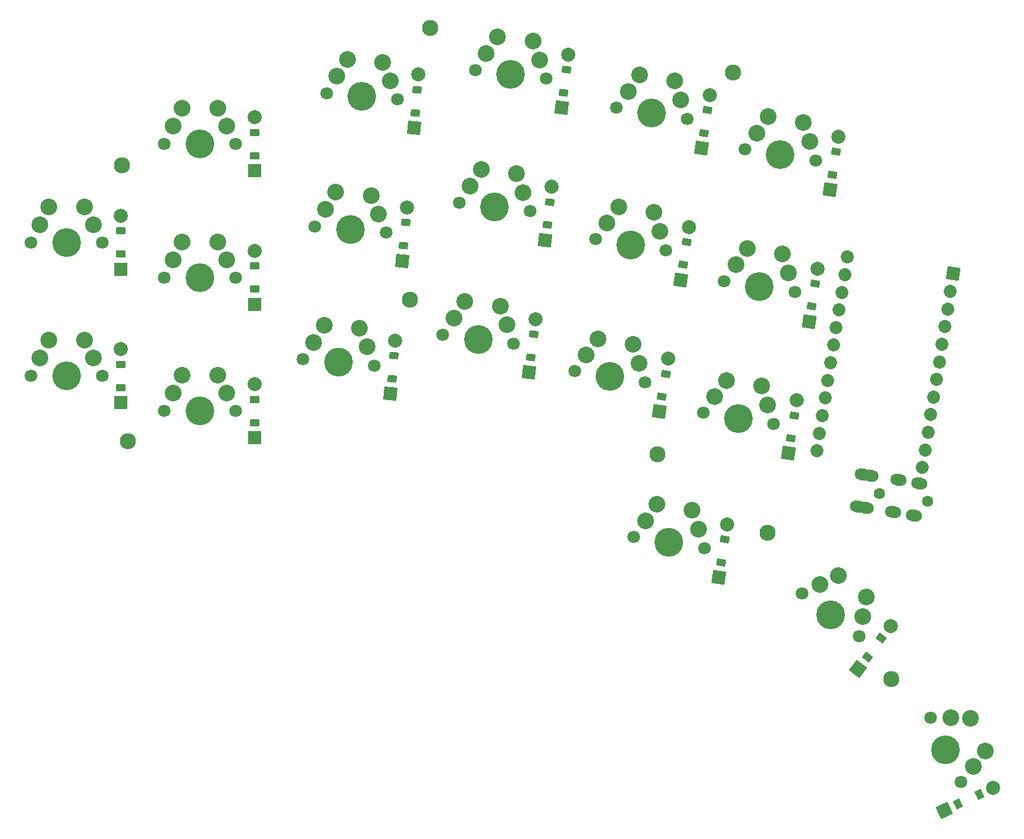
<source format=gbs>
%TF.GenerationSoftware,KiCad,Pcbnew,(6.0.7)*%
%TF.CreationDate,2022-08-30T19:44:11+01:00*%
%TF.ProjectId,cumulus,63756d75-6c75-4732-9e6b-696361645f70,v1.0.0*%
%TF.SameCoordinates,Original*%
%TF.FileFunction,Soldermask,Bot*%
%TF.FilePolarity,Negative*%
%FSLAX46Y46*%
G04 Gerber Fmt 4.6, Leading zero omitted, Abs format (unit mm)*
G04 Created by KiCad (PCBNEW (6.0.7)) date 2022-08-30 19:44:11*
%MOMM*%
%LPD*%
G01*
G04 APERTURE LIST*
G04 Aperture macros list*
%AMRoundRect*
0 Rectangle with rounded corners*
0 $1 Rounding radius*
0 $2 $3 $4 $5 $6 $7 $8 $9 X,Y pos of 4 corners*
0 Add a 4 corners polygon primitive as box body*
4,1,4,$2,$3,$4,$5,$6,$7,$8,$9,$2,$3,0*
0 Add four circle primitives for the rounded corners*
1,1,$1+$1,$2,$3*
1,1,$1+$1,$4,$5*
1,1,$1+$1,$6,$7*
1,1,$1+$1,$8,$9*
0 Add four rect primitives between the rounded corners*
20,1,$1+$1,$2,$3,$4,$5,0*
20,1,$1+$1,$4,$5,$6,$7,0*
20,1,$1+$1,$6,$7,$8,$9,0*
20,1,$1+$1,$8,$9,$2,$3,0*%
%AMHorizOval*
0 Thick line with rounded ends*
0 $1 width*
0 $2 $3 position (X,Y) of the first rounded end (center of the circle)*
0 $4 $5 position (X,Y) of the second rounded end (center of the circle)*
0 Add line between two ends*
20,1,$1,$2,$3,$4,$5,0*
0 Add two circle primitives to create the rounded ends*
1,1,$1,$2,$3*
1,1,$1,$4,$5*%
G04 Aperture macros list end*
%ADD10C,2.300000*%
%ADD11RoundRect,0.050000X0.522217X-0.538320X0.663009X0.350599X-0.522217X0.538320X-0.663009X-0.350599X0*%
%ADD12RoundRect,0.050000X0.738985X-1.017125X1.017125X0.738985X-0.738985X1.017125X-1.017125X-0.738985X0*%
%ADD13C,2.005000*%
%ADD14RoundRect,0.050000X0.808136X-0.963099X0.963099X0.808136X-0.808136X0.963099X-0.963099X-0.808136X0*%
%ADD15RoundRect,0.050000X0.558497X-0.500581X0.636937X0.395994X-0.558497X0.500581X-0.636937X-0.395994X0*%
%ADD16C,2.386000*%
%ADD17C,4.087800*%
%ADD18C,1.801800*%
%ADD19RoundRect,0.050000X0.889000X-0.889000X0.889000X0.889000X-0.889000X0.889000X-0.889000X-0.889000X0*%
%ADD20RoundRect,0.050000X0.600000X-0.450000X0.600000X0.450000X-0.600000X0.450000X-0.600000X-0.450000X0*%
%ADD21C,1.600000*%
%ADD22HorizOval,1.700000X-0.296307X0.046930X0.296307X-0.046930X0*%
%ADD23RoundRect,0.050000X0.774032X-0.990715X0.990715X0.774032X-0.774032X0.990715X-0.990715X-0.774032X0*%
%ADD24RoundRect,0.050000X0.540686X-0.519767X0.650369X0.373524X-0.540686X0.519767X-0.650369X-0.373524X0*%
%ADD25RoundRect,0.050000X0.208365X-0.720475X0.749998X-0.001703X-0.208365X0.720475X-0.749998X0.001703X0*%
%ADD26RoundRect,0.050000X0.174973X-1.245001X1.245001X0.174973X-0.174973X1.245001X-1.245001X-0.174973X0*%
%ADD27C,1.852600*%
%ADD28RoundRect,0.050000X-0.728428X1.002595X-1.002595X-0.728428X0.728428X-1.002595X1.002595X0.728428X0*%
%ADD29RoundRect,0.050000X-0.154268X-0.733963X0.661409X-0.353606X0.154268X0.733963X-0.661409X0.353606X0*%
%ADD30RoundRect,0.050000X-0.430000X-1.181415X1.181415X-0.430000X0.430000X1.181415X-1.181415X0.430000X0*%
G04 APERTURE END LIST*
D10*
%TO.C,REF\u002A\u002A*%
X199669400Y-87884000D03*
%TD*%
%TO.C,REF\u002A\u002A*%
X231952800Y-148564600D03*
%TD*%
%TO.C,REF\u002A\u002A*%
X242722400Y-94234000D03*
%TD*%
%TO.C,REF\u002A\u002A*%
X155803600Y-107416600D03*
%TD*%
%TO.C,REF\u002A\u002A*%
X156616400Y-146710400D03*
%TD*%
%TO.C,REF\u002A\u002A*%
X196773800Y-126517400D03*
%TD*%
%TO.C,REF\u002A\u002A*%
X265226800Y-180543200D03*
%TD*%
%TO.C,REF\u002A\u002A*%
X247599200Y-159740600D03*
%TD*%
D11*
%TO.C,D15*%
X257365205Y-105497147D03*
D12*
X256511073Y-110889926D03*
D13*
X257703103Y-103363740D03*
D11*
X256848971Y-108756519D03*
%TD*%
D14*
%TO.C,D4*%
X193997184Y-139940076D03*
D15*
X194473054Y-134500853D03*
D13*
X194661310Y-132349072D03*
D15*
X194185440Y-137788295D03*
%TD*%
D16*
%TO.C,S9*%
X215192497Y-92414181D03*
X207629295Y-91485537D03*
X214241511Y-89738340D03*
X209199377Y-89119243D03*
D17*
X211101348Y-94470926D03*
D18*
X216143482Y-95090022D03*
X206059214Y-93851830D03*
%TD*%
D11*
%TO.C,D11*%
X236096175Y-118327906D03*
D12*
X235242043Y-123720685D03*
D13*
X236434073Y-116194499D03*
D11*
X235579941Y-121587278D03*
%TD*%
%TO.C,D13*%
X251420695Y-143029304D03*
D12*
X250566563Y-148422083D03*
D13*
X251758593Y-140895897D03*
D11*
X250904461Y-146288676D03*
%TD*%
D16*
%TO.C,S5*%
X184690571Y-113679019D03*
X192281574Y-114343146D03*
X186177114Y-111259372D03*
X191237783Y-111702124D03*
D17*
X188264697Y-116541417D03*
D18*
X183204028Y-116098666D03*
X193325366Y-116984168D03*
%TD*%
D16*
%TO.C,S14*%
X250640685Y-122767832D03*
X243114500Y-121575801D03*
X249783664Y-120060432D03*
X244766208Y-119265745D03*
D18*
X251497706Y-125475232D03*
D17*
X246480249Y-124680545D03*
D18*
X241462792Y-123885858D03*
%TD*%
D14*
%TO.C,D5*%
X195653143Y-121012376D03*
D15*
X196129013Y-115573153D03*
X195841399Y-118860595D03*
D13*
X196317269Y-113421372D03*
%TD*%
D19*
%TO.C,D1*%
X174620000Y-146199000D03*
D20*
X174620000Y-140739000D03*
X174620000Y-144039000D03*
D13*
X174620000Y-138579000D03*
%TD*%
D16*
%TO.C,S3*%
X170680000Y-101849000D03*
X163060000Y-101849000D03*
X169410000Y-99309000D03*
X164330000Y-99309000D03*
D17*
X166870000Y-104389000D03*
D18*
X171950000Y-104389000D03*
X161790000Y-104389000D03*
%TD*%
D16*
%TO.C,S19*%
X144060000Y-134849000D03*
X151680000Y-134849000D03*
X145330000Y-132309000D03*
X150410000Y-132309000D03*
D17*
X147870000Y-137389000D03*
D18*
X152950000Y-137389000D03*
X142790000Y-137389000D03*
%TD*%
D21*
%TO.C,REF\u002A\u002A*%
X263524177Y-154127119D03*
X270437995Y-155222161D03*
D22*
X261217217Y-151433063D03*
X260497619Y-155976430D03*
X261584076Y-156148507D03*
X262303674Y-151605141D03*
X265534829Y-156774245D03*
X266254428Y-152230879D03*
X269217493Y-152700182D03*
X268497894Y-157243549D03*
%TD*%
D16*
%TO.C,S8*%
X205313778Y-110343914D03*
X212876980Y-111272558D03*
X206883860Y-107977620D03*
X211925994Y-108596717D03*
D18*
X213827965Y-113948399D03*
D17*
X208785831Y-113329303D03*
D18*
X203743697Y-112710207D03*
%TD*%
D16*
%TO.C,S16*%
X237782357Y-159204948D03*
X230256172Y-158012917D03*
X236925336Y-156497548D03*
X231907880Y-155702861D03*
D17*
X233621921Y-161117661D03*
D18*
X228604464Y-160322974D03*
X238639378Y-161912348D03*
%TD*%
D15*
%TO.C,D6*%
X197784972Y-96645454D03*
D14*
X197309102Y-102084677D03*
D13*
X197973228Y-94493673D03*
D15*
X197497358Y-99932896D03*
%TD*%
D16*
%TO.C,S7*%
X202998260Y-129202291D03*
X210561462Y-130130935D03*
X209610476Y-127455094D03*
X204568342Y-126835997D03*
D17*
X206470313Y-132187680D03*
D18*
X201428179Y-131568584D03*
X211512447Y-132806776D03*
%TD*%
D16*
%TO.C,S15*%
X253612940Y-104001753D03*
X246086755Y-102809722D03*
X247738463Y-100499666D03*
X252755919Y-101294353D03*
D17*
X249452504Y-105914466D03*
D18*
X244435047Y-105119779D03*
X254469961Y-106709153D03*
%TD*%
D12*
%TO.C,D16*%
X240680490Y-166093121D03*
D11*
X241534622Y-160700342D03*
D13*
X241872520Y-158566935D03*
D11*
X241018388Y-163959714D03*
%TD*%
D16*
%TO.C,S17*%
X255130083Y-167094250D03*
X261215685Y-171680080D03*
X257672960Y-165830020D03*
X261730029Y-168887241D03*
D18*
X260701342Y-174472919D03*
D17*
X256644274Y-171415699D03*
D18*
X252587206Y-168358479D03*
%TD*%
D12*
%TO.C,D10*%
X232269788Y-142486764D03*
D11*
X233123920Y-137093985D03*
X232607686Y-140353357D03*
D13*
X233461818Y-134960578D03*
%TD*%
D23*
%TO.C,D9*%
X218329259Y-99197015D03*
D24*
X218994665Y-93777713D03*
X218592497Y-97053115D03*
D13*
X219257903Y-91633813D03*
%TD*%
D16*
%TO.C,S11*%
X232343910Y-116832512D03*
X224817725Y-115640481D03*
X226469433Y-113330425D03*
X231486889Y-114125112D03*
D18*
X223166017Y-117950538D03*
D17*
X228183474Y-118745225D03*
D18*
X233200931Y-119539912D03*
%TD*%
D16*
%TO.C,S18*%
X273675055Y-186105075D03*
X276895406Y-193011140D03*
X278660703Y-190786679D03*
X276513802Y-186182635D03*
D17*
X272983209Y-190631558D03*
D18*
X270836308Y-186027514D03*
X275130110Y-195235602D03*
%TD*%
D16*
%TO.C,S10*%
X221845470Y-134406559D03*
X229371655Y-135598590D03*
X228514634Y-132891190D03*
X223497178Y-132096503D03*
D18*
X220193762Y-136716616D03*
X230228676Y-138305990D03*
D17*
X225211219Y-137511303D03*
%TD*%
D20*
%TO.C,D2*%
X174620000Y-121739000D03*
D19*
X174620000Y-127199000D03*
D13*
X174620000Y-119579000D03*
D20*
X174620000Y-125039000D03*
%TD*%
D23*
%TO.C,D8*%
X216013742Y-118055392D03*
D24*
X216679148Y-112636090D03*
X216276980Y-115911492D03*
D13*
X216942386Y-110492190D03*
%TD*%
D20*
%TO.C,D20*%
X155620000Y-116739000D03*
D19*
X155620000Y-122199000D03*
D20*
X155620000Y-120039000D03*
D13*
X155620000Y-114579000D03*
%TD*%
D20*
%TO.C,D19*%
X155620000Y-135739000D03*
D19*
X155620000Y-141199000D03*
D20*
X155620000Y-139039000D03*
D13*
X155620000Y-133579000D03*
%TD*%
D19*
%TO.C,D3*%
X174620000Y-108199000D03*
D20*
X174620000Y-102739000D03*
X174620000Y-106039000D03*
D13*
X174620000Y-100579000D03*
%TD*%
D16*
%TO.C,S20*%
X144060000Y-115849000D03*
X151680000Y-115849000D03*
X145330000Y-113309000D03*
X150410000Y-113309000D03*
D18*
X152950000Y-118389000D03*
X142790000Y-118389000D03*
D17*
X147870000Y-118389000D03*
%TD*%
D24*
%TO.C,D7*%
X214363630Y-131494466D03*
D23*
X213698224Y-136913768D03*
D24*
X213961462Y-134769868D03*
D13*
X214626868Y-129350566D03*
%TD*%
D12*
%TO.C,D14*%
X253538818Y-129656005D03*
D11*
X254392950Y-124263226D03*
X253876716Y-127522598D03*
D13*
X254730848Y-122129819D03*
%TD*%
D25*
%TO.C,D17*%
X263826694Y-174762016D03*
D26*
X260540784Y-179122566D03*
D25*
X261840704Y-177397514D03*
D13*
X265126614Y-173036964D03*
%TD*%
D27*
%TO.C,MCU1*%
X254630754Y-148073614D03*
X255028098Y-145564886D03*
X255425441Y-143056158D03*
X255822785Y-140547429D03*
X256220129Y-138038701D03*
X256617472Y-135529973D03*
X257014816Y-133021244D03*
X257412159Y-130512516D03*
X257809503Y-128003787D03*
X258206846Y-125495059D03*
X258604190Y-122986331D03*
X259001533Y-120477602D03*
X269683125Y-150457676D03*
X270080468Y-147948947D03*
X270477812Y-145440219D03*
X270875155Y-142931491D03*
X271272499Y-140422762D03*
X271669842Y-137914034D03*
X272067186Y-135405305D03*
X272464529Y-132896577D03*
X272861873Y-130387849D03*
X273259217Y-127879120D03*
X273656560Y-125370392D03*
D28*
X274053904Y-122861664D03*
%TD*%
D16*
%TO.C,S6*%
X193937533Y-95415447D03*
X186346530Y-94751320D03*
X187833073Y-92331673D03*
X192893742Y-92774425D03*
D18*
X194981325Y-98056469D03*
D17*
X189920656Y-97613718D03*
D18*
X184859987Y-97170967D03*
%TD*%
D16*
%TO.C,S2*%
X163060000Y-120849000D03*
X170680000Y-120849000D03*
X164330000Y-118309000D03*
X169410000Y-118309000D03*
D17*
X166870000Y-123389000D03*
D18*
X161790000Y-123389000D03*
X171950000Y-123389000D03*
%TD*%
D16*
%TO.C,S12*%
X227789979Y-96874402D03*
X235316164Y-98066433D03*
X234459143Y-95359033D03*
X229441687Y-94564346D03*
D17*
X231155728Y-99979146D03*
D18*
X236173185Y-100773833D03*
X226138271Y-99184459D03*
%TD*%
D29*
%TO.C,D18*%
X277753908Y-196958123D03*
D30*
X272805467Y-199265619D03*
D29*
X274763092Y-198352763D03*
D13*
X279711533Y-196045267D03*
%TD*%
D16*
%TO.C,S4*%
X183034612Y-132606719D03*
X190625615Y-133270846D03*
X189581824Y-130629824D03*
X184521155Y-130187072D03*
D17*
X186608738Y-135469117D03*
D18*
X181548069Y-135026366D03*
X191669407Y-135911868D03*
%TD*%
D12*
%TO.C,D12*%
X238214298Y-104954606D03*
D11*
X239068430Y-99561827D03*
X238552196Y-102821199D03*
D13*
X239406328Y-97428420D03*
%TD*%
D16*
%TO.C,S1*%
X170680000Y-139849000D03*
X163060000Y-139849000D03*
X169410000Y-137309000D03*
X164330000Y-137309000D03*
D18*
X171950000Y-142389000D03*
X161790000Y-142389000D03*
D17*
X166870000Y-142389000D03*
%TD*%
D16*
%TO.C,S13*%
X240142245Y-140341879D03*
X247668430Y-141533910D03*
X241793953Y-138031823D03*
X246811409Y-138826510D03*
D17*
X243507994Y-143446623D03*
D18*
X238490537Y-142651936D03*
X248525451Y-144241310D03*
%TD*%
M02*

</source>
